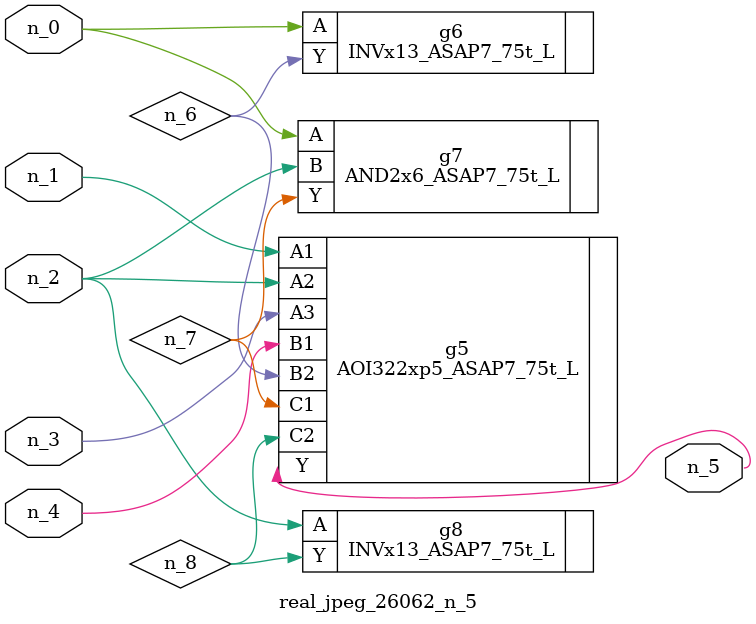
<source format=v>
module real_jpeg_26062_n_5 (n_4, n_0, n_1, n_2, n_3, n_5);

input n_4;
input n_0;
input n_1;
input n_2;
input n_3;

output n_5;

wire n_8;
wire n_6;
wire n_7;

INVx13_ASAP7_75t_L g6 ( 
.A(n_0),
.Y(n_6)
);

AND2x6_ASAP7_75t_L g7 ( 
.A(n_0),
.B(n_2),
.Y(n_7)
);

AOI322xp5_ASAP7_75t_L g5 ( 
.A1(n_1),
.A2(n_2),
.A3(n_3),
.B1(n_4),
.B2(n_6),
.C1(n_7),
.C2(n_8),
.Y(n_5)
);

INVx13_ASAP7_75t_L g8 ( 
.A(n_2),
.Y(n_8)
);


endmodule
</source>
